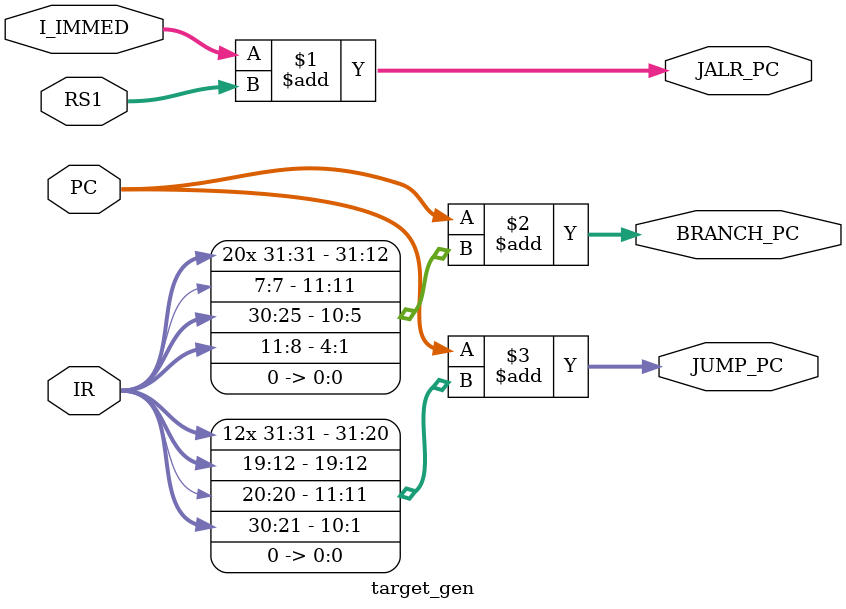
<source format=sv>
`timescale 1ns / 1ps


module target_gen(
    input  [31:0] RS1,         // A, aka the output from reg_file port 1
    input  [31:0] I_IMMED,
    input  [31:0] PC,
    input  [31:0] IR,
    output [31:0] JALR_PC,
    output [31:0] BRANCH_PC,
    output [31:0] JUMP_PC
);

assign JALR_PC   = I_IMMED + RS1;
assign BRANCH_PC = PC + {{20{IR[31]}}, IR[7], IR[30:25], IR[11:8], 1'b0};
assign JUMP_PC   = PC + {{12{IR[31]}}, IR[19:12], IR[20], IR[30:21], 1'b0};

endmodule

</source>
